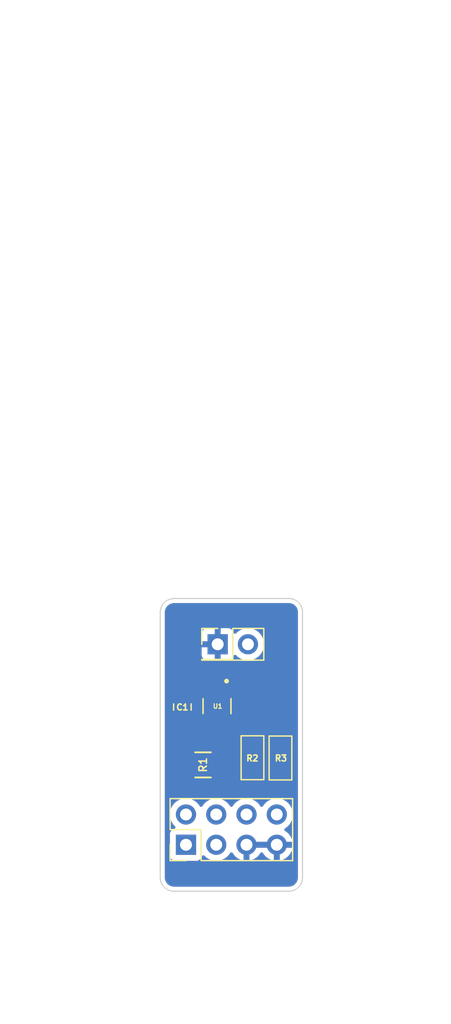
<source format=kicad_pcb>
(kicad_pcb (version 20240108) (generator "pcbnew") (generator_version "8.0")
  (layers (0 "F.Cu" signal) (31 "B.Cu" signal) (34 "B.Paste" user) (35 "F.Paste" user) (36 "B.SilkS" user "B.Silkscreen") (37 "F.SilkS" user "F.Silkscreen") (38 "B.Mask" user) (39 "F.Mask" user) (44 "Edge.Cuts" user))
  (net 0 "")
  (net 1 "GND")
  (net 2 "/VBUS_IN")
  (net 3 "/CC2")
  (net 4 "/5V_OUT")
  (net 5 "/CC1")
  (net 6 "/ISENSE")
  (footprint "Connector_PinHeader_2.54mm:PinHeader_2x04_P2.54mm_Vertical" (layer "F.Cu") (at 162.13 89.3 90)
    (property "Reference" "J1" (hide yes))
    (property "Value" "2x4 male 0.1\"")
    (fp_line (start 3.87 -1.33) (end 3.87 8.95) (stroke (width 0.12)) (layer "F.SilkS"))
    (fp_line (start 1.27 -1.33) (end 3.87 -1.33) (stroke (width 0.12)) (layer "F.SilkS"))
    (fp_line (start -1.33 -1.33) (end 0 -1.33) (stroke (width 0.12)) (layer "F.SilkS"))
    (fp_line (start -1.33 0) (end -1.33 -1.33) (stroke (width 0.12)) (layer "F.SilkS"))
    (fp_line (start 1.27 1.27) (end 1.27 -1.33) (stroke (width 0.12)) (layer "F.SilkS"))
    (fp_line (start -1.33 1.27) (end 1.27 1.27) (stroke (width 0.12)) (layer "F.SilkS"))
    (fp_line (start -1.33 1.27) (end -1.33 8.95) (stroke (width 0.12)) (layer "F.SilkS"))
    (fp_line (start -1.33 8.95) (end 3.87 8.95) (stroke (width 0.12)) (layer "F.SilkS"))
    (pad "1" thru_hole rect (at 0 0 90) (size 1.7 1.7) (drill 1) (layers "*.Cu" "*.Mask") (net 2 "/VBUS_IN"))
    (pad "2" thru_hole oval (at 2.54 0 90) (size 1.7 1.7) (drill 1) (layers "*.Cu" "*.Mask") (net 2 "/VBUS_IN"))
    (pad "3" thru_hole oval (at 0 2.54 90) (size 1.7 1.7) (drill 1) (layers "*.Cu" "*.Mask") (net 4 "/5V_OUT"))
    (pad "4" thru_hole oval (at 2.54 2.54 90) (size 1.7 1.7) (drill 1) (layers "*.Cu" "*.Mask") (net 4 "/5V_OUT"))
    (pad "5" thru_hole oval (at 0 5.08 90) (size 1.7 1.7) (drill 1) (layers "*.Cu" "*.Mask") (net 1 "GND"))
    (pad "6" thru_hole oval (at 2.54 5.08 90) (size 1.7 1.7) (drill 1) (layers "*.Cu" "*.Mask") (net 5 "/CC1"))
    (pad "7" thru_hole oval (at 0 7.62 90) (size 1.7 1.7) (drill 1) (layers "*.Cu" "*.Mask") (net 1 "GND"))
    (pad "8" thru_hole oval (at 2.54 7.62 90) (size 1.7 1.7) (drill 1) (layers "*.Cu" "*.Mask") (net 3 "/CC2"))
  )
  (footprint "Connector_PinHeader_2.54mm:PinHeader_2x01_P2.54mm_Vertical" (layer "F.Cu") (at 164.79 72.48)
    (property "Reference" "J2" (hide yes))
    (property "Value" "PH1RB-02-UA")
    (fp_line (start -1.33 -1.33) (end 0 -1.33) (stroke (width 0.12)) (layer "F.SilkS"))
    (fp_line (start -1.33 0) (end -1.33 -1.33) (stroke (width 0.12)) (layer "F.SilkS"))
    (fp_line (start -1.33 1.27) (end -1.33 1.33) (stroke (width 0.12)) (layer "F.SilkS"))
    (fp_line (start -1.33 1.27) (end 1.27 1.27) (stroke (width 0.12)) (layer "F.SilkS"))
    (fp_line (start -1.33 1.33) (end 3.87 1.33) (stroke (width 0.12)) (layer "F.SilkS"))
    (fp_line (start 1.27 -1.33) (end 3.87 -1.33) (stroke (width 0.12)) (layer "F.SilkS"))
    (fp_line (start 1.27 1.27) (end 1.27 -1.33) (stroke (width 0.12)) (layer "F.SilkS"))
    (fp_line (start 3.87 -1.33) (end 3.87 1.33) (stroke (width 0.12)) (layer "F.SilkS"))
    (pad "1" thru_hole rect (at 0 0) (size 1.7 1.7) (drill 1) (layers "*.Cu" "*.Mask") (net 1 "GND"))
    (pad "2" thru_hole oval (at 2.54 0) (size 1.7 1.7) (drill 1) (layers "*.Cu" "*.Mask") (net 6 "/ISENSE"))
  )
  (footprint "PCM_Resistor_SMD_AKL:R_0805_2012Metric_Pad1.15x1.40mm_HandSolder" (layer "F.Cu") (at 170.06 82.02 90)
    (property "Reference" "R3" (at -0.022 0.0375 0) (layer "F.SilkS") (effects (font (size 0.508 0.508) (thickness 0.127) (bold yes))))
    (property "Value" "5.1k 1%")
    (fp_line (start 1.8415 -0.9525) (end -1.8415 -0.9525) (stroke (width 0.12)) (layer "F.SilkS"))
    (fp_line (start -1.8415 -0.9525) (end -1.8415 0.9525) (stroke (width 0.12)) (layer "F.SilkS"))
    (fp_line (start 1.8415 0.9525) (end 1.8415 -0.9525) (stroke (width 0.12)) (layer "F.SilkS"))
    (fp_line (start -1.8415 0.9525) (end 1.8415 0.9525) (stroke (width 0.12)) (layer "F.SilkS"))
    (pad "1" smd roundrect (at -1.025 0 90) (size 1.15 1.4) (layers "F.Cu" "F.Paste" "F.Mask") (roundrect_rratio 0.217391) (net 3 "/CC2"))
    (pad "2" smd roundrect (at 1.025 0 90) (size 1.15 1.4) (layers "F.Cu" "F.Paste" "F.Mask") (roundrect_rratio 0.217391) (net 1 "GND"))
  )
  (footprint "INA211BIDCKT:SOT65P210X110-6N" (layer "F.Cu") (at 164.734 77.668 -90)
    (property "Reference" "U1" (at 0.01 -0.06 180) (layer "F.SilkS") (effects (font (size 0.381 0.381) (thickness 0.09525) (bold yes))))
    (property "Value" "INA211BIDCKT")
    (fp_line (start -0.625 1.17) (end 0.625 1.17) (stroke (width 0.127)) (layer "F.SilkS"))
    (fp_line (start -0.625 -1.17) (end 0.625 -1.17) (stroke (width 0.127)) (layer "F.SilkS"))
    (fp_circle (center -2.1 -0.802) (end -2 -0.802) (stroke (width 0.2)) (fill none) (layer "F.SilkS"))
    (pad "1" smd roundrect (at -0.96 -0.65 270) (size 1.19 0.4) (layers "F.Cu" "F.Paste" "F.Mask") (roundrect_rratio 0.2) (net 1 "GND"))
    (pad "2" smd roundrect (at -0.96 0 270) (size 1.19 0.4) (layers "F.Cu" "F.Paste" "F.Mask") (roundrect_rratio 0.2) (net 1 "GND"))
    (pad "3" smd roundrect (at -0.96 0.65 270) (size 1.19 0.4) (layers "F.Cu" "F.Paste" "F.Mask") (roundrect_rratio 0.2) (net 2 "/VBUS_IN"))
    (pad "4" smd roundrect (at 0.96 0.65 270) (size 1.19 0.4) (layers "F.Cu" "F.Paste" "F.Mask") (roundrect_rratio 0.2) (net 2 "/VBUS_IN"))
    (pad "5" smd roundrect (at 0.96 0 270) (size 1.19 0.4) (layers "F.Cu" "F.Paste" "F.Mask") (roundrect_rratio 0.2) (net 4 "/5V_OUT"))
    (pad "6" smd roundrect (at 0.96 -0.65 270) (size 1.19 0.4) (layers "F.Cu" "F.Paste" "F.Mask") (roundrect_rratio 0.2) (net 6 "/ISENSE"))
  )
  (footprint "Capacitor_SMD:C_0805_2012Metric_Pad1.18x1.45mm_HandSolder" (layer "F.Cu") (at 161.828 77.7455 -90)
    (property "Reference" "C1" (at 0.0175 0 180) (layer "F.SilkS") (effects (font (size 0.508 0.508) (thickness 0.127) (bold yes))))
    (property "Value" "0.1uF")
    (fp_line (start -0.261252 0.735) (end 0.261252 0.735) (stroke (width 0.12)) (layer "F.SilkS"))
    (fp_line (start -0.261252 -0.735) (end 0.261252 -0.735) (stroke (width 0.12)) (layer "F.SilkS"))
    (pad "1" smd roundrect (at -1.0375 0 270) (size 1.175 1.45) (layers "F.Cu" "F.Paste" "F.Mask") (roundrect_rratio 0.212766) (net 2 "/VBUS_IN"))
    (pad "2" smd roundrect (at 1.0375 0 270) (size 1.175 1.45) (layers "F.Cu" "F.Paste" "F.Mask") (roundrect_rratio 0.212766) (net 1 "GND"))
  )
  (footprint "PCM_Resistor_SMD_AKL:R_0805_2012Metric_Pad1.15x1.40mm_HandSolder" (layer "F.Cu") (at 167.71 82 90)
    (property "Reference" "R2" (at -0.042 -0.0075 0) (layer "F.SilkS") (effects (font (size 0.508 0.508) (thickness 0.127) (bold yes))))
    (property "Value" "5.1k 1%")
    (fp_line (start 1.8415 -0.9525) (end -1.8415 -0.9525) (stroke (width 0.12)) (layer "F.SilkS"))
    (fp_line (start -1.8415 -0.9525) (end -1.8415 0.9525) (stroke (width 0.12)) (layer "F.SilkS"))
    (fp_line (start 1.8415 0.9525) (end 1.8415 -0.9525) (stroke (width 0.12)) (layer "F.SilkS"))
    (fp_line (start -1.8415 0.9525) (end 1.8415 0.9525) (stroke (width 0.12)) (layer "F.SilkS"))
    (pad "1" smd roundrect (at -1.025 0 90) (size 1.15 1.4) (layers "F.Cu" "F.Paste" "F.Mask") (roundrect_rratio 0.217391) (net 5 "/CC1"))
    (pad "2" smd roundrect (at 1.025 0 90) (size 1.15 1.4) (layers "F.Cu" "F.Paste" "F.Mask") (roundrect_rratio 0.217391) (net 1 "GND"))
  )
  (footprint "CSNL1206FT2L00:STA_CSNL1206_STP" (layer "F.Cu") (at 163.56 82.6)
    (property "Reference" "R1" (at 0 0 90) (layer "F.SilkS") (effects (font (size 0.635 0.635) (thickness 0.127) (bold yes))))
    (property "Value" "2mΩ 1% 1W")
    (fp_line (start -0.65765 1.0541) (end 0.65765 1.0541) (stroke (width 0.1524)) (layer "F.SilkS"))
    (fp_line (start 0.65765 -1.0541) (end -0.65765 -1.0541) (stroke (width 0.1524)) (layer "F.SilkS"))
    (pad "1" smd rect (at -1.4478 0) (size 0.9652 1.8542) (layers "F.Cu" "F.Paste" "F.Mask") (net 2 "/VBUS_IN"))
    (pad "2" smd rect (at 1.4478 0) (size 0.9652 1.8542) (layers "F.Cu" "F.Paste" "F.Mask") (net 4 "/5V_OUT"))
    (zone (net 0) (net_name "") (layer "F.Cu") (connect_pads (clearance 0)) (min_thickness 0.254)
      (keepout (tracks not_allowed) (vias not_allowed) (pads allowed) (copperpour not_allowed) (footprints allowed))
      (fill (thermal_gap 0.508) (thermal_bridge_width 0.508))
      (polygon (pts (xy 162.6456 81.7237) (xy 164.4744 81.7237) (xy 164.4744 83.4763) (xy 162.6456 83.4763)))
    )
  )
  (gr_arc (start 171.908437 92.02013) (mid 171.553386 92.87368) (end 170.687699 93.198014) (stroke (width 0.1016)) (layer "Edge.Cuts"))
  (gr_arc (start 170.72 68.64061) (mid 171.569575 68.973083) (end 171.908437 69.82013) (stroke (width 0.1016)) (layer "Edge.Cuts"))
  (gr_line (start 170.68 93.198014) (end 161.137699 93.198014) (stroke (width 0.1016)) (layer "Edge.Cuts"))
  (gr_line (start 159.97 92.04) (end 159.97 69.85) (stroke (width 0.1016)) (layer "Edge.Cuts"))
  (gr_arc (start 159.971777 69.85) (mid 160.299029 68.997748) (end 161.13939 68.641071) (stroke (width 0.1016)) (layer "Edge.Cuts"))
  (gr_line (start 171.908437 69.82013) (end 171.908437 92.02013) (stroke (width 0.1016)) (layer "Edge.Cuts"))
  (gr_line (start 161.14 68.64061) (end 170.72 68.64061) (stroke (width 0.1016)) (layer "Edge.Cuts"))
  (gr_arc (start 161.13 93.198835) (mid 160.31108 92.860871) (end 159.970565 92.043008) (stroke (width 0.1016)) (layer "Edge.Cuts"))
  (zone (net 1) (net_name "GND") (layers "F&B.Cu") (name "GND") (priority 2) (connect_pads (clearance 0.5)) (min_thickness 0.25) (fill yes (thermal_gap 0.5) (thermal_bridge_width 0.5))
    (polygon (pts (xy 160.066 68.74) (xy 171.824 68.74) (xy 171.824 92.916) (xy 171.56 93.18) (xy 160.066 93.18)))
  )
)
</source>
